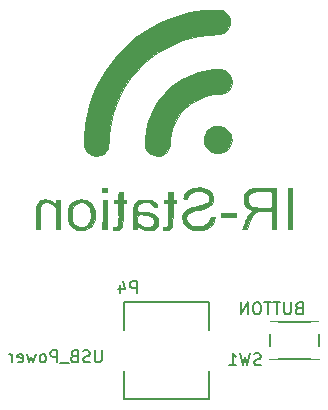
<source format=gbo>
G04 #@! TF.FileFunction,Legend,Bot*
%FSLAX46Y46*%
G04 Gerber Fmt 4.6, Leading zero omitted, Abs format (unit mm)*
G04 Created by KiCad (PCBNEW 4.0.1-stable) date 2016/09/16 23:01:40*
%MOMM*%
G01*
G04 APERTURE LIST*
%ADD10C,0.100000*%
%ADD11C,0.150000*%
%ADD12C,0.010000*%
%ADD13C,2.600000*%
%ADD14C,2.200000*%
%ADD15R,2.400000X2.400000*%
%ADD16C,2.400000*%
%ADD17R,1.450000X1.050000*%
%ADD18O,2.400000X3.400000*%
%ADD19R,1.100000X3.400000*%
G04 APERTURE END LIST*
D10*
D11*
X110795000Y-120015000D02*
X108695000Y-120015000D01*
X108695000Y-120015000D02*
X108695000Y-116815000D01*
X108695000Y-116815000D02*
X112895000Y-116815000D01*
X112895000Y-116815000D02*
X112895000Y-120015000D01*
X112895000Y-120015000D02*
X110795000Y-120015000D01*
X103600000Y-119304000D02*
X103600000Y-115204000D01*
X103600000Y-119304000D02*
X103600000Y-123404000D01*
X103600000Y-123404000D02*
X96400000Y-123404000D01*
X96400000Y-123404000D02*
X96400000Y-115204000D01*
X96400000Y-115204000D02*
X103600000Y-115204000D01*
D12*
G36*
X102459851Y-105475506D02*
X102240587Y-105515444D01*
X102036728Y-105575446D01*
X101870056Y-105650141D01*
X101845345Y-105664947D01*
X101687275Y-105789493D01*
X101554539Y-105941845D01*
X101456808Y-106107317D01*
X101403756Y-106271221D01*
X101397000Y-106345746D01*
X101404191Y-106386110D01*
X101436322Y-106406309D01*
X101509229Y-106413059D01*
X101556747Y-106413500D01*
X101658277Y-106408278D01*
X101712272Y-106389378D01*
X101732553Y-106357937D01*
X101792191Y-106214061D01*
X101880724Y-106073140D01*
X101981376Y-105960221D01*
X102019212Y-105929934D01*
X102196846Y-105838730D01*
X102412453Y-105780028D01*
X102648501Y-105755479D01*
X102887461Y-105766735D01*
X103111801Y-105815447D01*
X103138557Y-105824469D01*
X103313746Y-105911307D01*
X103448741Y-106028473D01*
X103540347Y-106166517D01*
X103585368Y-106315989D01*
X103580609Y-106467441D01*
X103522872Y-106611422D01*
X103438906Y-106712556D01*
X103369960Y-106765766D01*
X103277632Y-106815863D01*
X103153882Y-106865763D01*
X102990667Y-106918384D01*
X102779944Y-106976640D01*
X102552473Y-107033991D01*
X102302976Y-107097294D01*
X102105180Y-107153421D01*
X101948295Y-107206467D01*
X101821533Y-107260530D01*
X101714102Y-107319706D01*
X101615214Y-107388091D01*
X101610650Y-107391558D01*
X101452594Y-107547594D01*
X101350933Y-107732340D01*
X101304880Y-107947415D01*
X101301750Y-108027362D01*
X101322539Y-108270498D01*
X101388537Y-108474376D01*
X101505195Y-108649248D01*
X101677961Y-108805369D01*
X101737614Y-108847443D01*
X101965709Y-108965337D01*
X102234258Y-109042604D01*
X102533742Y-109077794D01*
X102854639Y-109069456D01*
X103037846Y-109045618D01*
X103286811Y-108977222D01*
X103512777Y-108863193D01*
X103707678Y-108711166D01*
X103863450Y-108528774D01*
X103972025Y-108323651D01*
X104024438Y-108111833D01*
X104040509Y-107969250D01*
X103722060Y-107969250D01*
X103668869Y-108131870D01*
X103584676Y-108323083D01*
X103466022Y-108474730D01*
X103304012Y-108595206D01*
X103089752Y-108692907D01*
X103064975Y-108701795D01*
X102858405Y-108751199D01*
X102623726Y-108770096D01*
X102386242Y-108758611D01*
X102171255Y-108716869D01*
X102111195Y-108697086D01*
X101918512Y-108599140D01*
X101770561Y-108468934D01*
X101672287Y-108313673D01*
X101628641Y-108140558D01*
X101634715Y-108003429D01*
X101663693Y-107888995D01*
X101712923Y-107790579D01*
X101788522Y-107704574D01*
X101896606Y-107627376D01*
X102043289Y-107555379D01*
X102234687Y-107484980D01*
X102476915Y-107412572D01*
X102764494Y-107337441D01*
X103033027Y-107265947D01*
X103248237Y-107197777D01*
X103419885Y-107128998D01*
X103557731Y-107055675D01*
X103671538Y-106973876D01*
X103676001Y-106970142D01*
X103798873Y-106827223D01*
X103878785Y-106649260D01*
X103913556Y-106449881D01*
X103901006Y-106242718D01*
X103838954Y-106041401D01*
X103828222Y-106018578D01*
X103699187Y-105824974D01*
X103522082Y-105671649D01*
X103298582Y-105559409D01*
X103030360Y-105489062D01*
X102719090Y-105461416D01*
X102672737Y-105461000D01*
X102459851Y-105475506D01*
X102459851Y-105475506D01*
G37*
X102459851Y-105475506D02*
X102240587Y-105515444D01*
X102036728Y-105575446D01*
X101870056Y-105650141D01*
X101845345Y-105664947D01*
X101687275Y-105789493D01*
X101554539Y-105941845D01*
X101456808Y-106107317D01*
X101403756Y-106271221D01*
X101397000Y-106345746D01*
X101404191Y-106386110D01*
X101436322Y-106406309D01*
X101509229Y-106413059D01*
X101556747Y-106413500D01*
X101658277Y-106408278D01*
X101712272Y-106389378D01*
X101732553Y-106357937D01*
X101792191Y-106214061D01*
X101880724Y-106073140D01*
X101981376Y-105960221D01*
X102019212Y-105929934D01*
X102196846Y-105838730D01*
X102412453Y-105780028D01*
X102648501Y-105755479D01*
X102887461Y-105766735D01*
X103111801Y-105815447D01*
X103138557Y-105824469D01*
X103313746Y-105911307D01*
X103448741Y-106028473D01*
X103540347Y-106166517D01*
X103585368Y-106315989D01*
X103580609Y-106467441D01*
X103522872Y-106611422D01*
X103438906Y-106712556D01*
X103369960Y-106765766D01*
X103277632Y-106815863D01*
X103153882Y-106865763D01*
X102990667Y-106918384D01*
X102779944Y-106976640D01*
X102552473Y-107033991D01*
X102302976Y-107097294D01*
X102105180Y-107153421D01*
X101948295Y-107206467D01*
X101821533Y-107260530D01*
X101714102Y-107319706D01*
X101615214Y-107388091D01*
X101610650Y-107391558D01*
X101452594Y-107547594D01*
X101350933Y-107732340D01*
X101304880Y-107947415D01*
X101301750Y-108027362D01*
X101322539Y-108270498D01*
X101388537Y-108474376D01*
X101505195Y-108649248D01*
X101677961Y-108805369D01*
X101737614Y-108847443D01*
X101965709Y-108965337D01*
X102234258Y-109042604D01*
X102533742Y-109077794D01*
X102854639Y-109069456D01*
X103037846Y-109045618D01*
X103286811Y-108977222D01*
X103512777Y-108863193D01*
X103707678Y-108711166D01*
X103863450Y-108528774D01*
X103972025Y-108323651D01*
X104024438Y-108111833D01*
X104040509Y-107969250D01*
X103722060Y-107969250D01*
X103668869Y-108131870D01*
X103584676Y-108323083D01*
X103466022Y-108474730D01*
X103304012Y-108595206D01*
X103089752Y-108692907D01*
X103064975Y-108701795D01*
X102858405Y-108751199D01*
X102623726Y-108770096D01*
X102386242Y-108758611D01*
X102171255Y-108716869D01*
X102111195Y-108697086D01*
X101918512Y-108599140D01*
X101770561Y-108468934D01*
X101672287Y-108313673D01*
X101628641Y-108140558D01*
X101634715Y-108003429D01*
X101663693Y-107888995D01*
X101712923Y-107790579D01*
X101788522Y-107704574D01*
X101896606Y-107627376D01*
X102043289Y-107555379D01*
X102234687Y-107484980D01*
X102476915Y-107412572D01*
X102764494Y-107337441D01*
X103033027Y-107265947D01*
X103248237Y-107197777D01*
X103419885Y-107128998D01*
X103557731Y-107055675D01*
X103671538Y-106973876D01*
X103676001Y-106970142D01*
X103798873Y-106827223D01*
X103878785Y-106649260D01*
X103913556Y-106449881D01*
X103901006Y-106242718D01*
X103838954Y-106041401D01*
X103828222Y-106018578D01*
X103699187Y-105824974D01*
X103522082Y-105671649D01*
X103298582Y-105559409D01*
X103030360Y-105489062D01*
X102719090Y-105461416D01*
X102672737Y-105461000D01*
X102459851Y-105475506D01*
G36*
X97919935Y-106498842D02*
X97718649Y-106519252D01*
X97561076Y-106557869D01*
X97437774Y-106618455D01*
X97339303Y-106704775D01*
X97256221Y-106820591D01*
X97228421Y-106869931D01*
X97208931Y-106908759D01*
X97193332Y-106949384D01*
X97181105Y-106999199D01*
X97171729Y-107065597D01*
X97164687Y-107155970D01*
X97159458Y-107277712D01*
X97155524Y-107438215D01*
X97152365Y-107644872D01*
X97149462Y-107905077D01*
X97148422Y-108008937D01*
X97138468Y-109017000D01*
X97491750Y-109017000D01*
X97491750Y-108909271D01*
X97508202Y-108818174D01*
X97554717Y-108782141D01*
X97627037Y-108803383D01*
X97656412Y-108823784D01*
X97864898Y-108949216D01*
X98106861Y-109033766D01*
X98364707Y-109074289D01*
X98620839Y-109067639D01*
X98803974Y-109028963D01*
X98979642Y-108944429D01*
X99123328Y-108815154D01*
X99227274Y-108653357D01*
X99283725Y-108471260D01*
X99284651Y-108323857D01*
X98930238Y-108323857D01*
X98911775Y-108500647D01*
X98843229Y-108641620D01*
X98738705Y-108735681D01*
X98571295Y-108816656D01*
X98399480Y-108849852D01*
X98206919Y-108837084D01*
X98078173Y-108809042D01*
X97926862Y-108756823D01*
X97776619Y-108683252D01*
X97645901Y-108599115D01*
X97553166Y-108515201D01*
X97535744Y-108492037D01*
X97513173Y-108437668D01*
X97500431Y-108351855D01*
X97496446Y-108223061D01*
X97498535Y-108092126D01*
X97507625Y-107762875D01*
X97793375Y-107753326D01*
X98098104Y-107759114D01*
X98359950Y-107797249D01*
X98576036Y-107866286D01*
X98743485Y-107964782D01*
X98859420Y-108091292D01*
X98920965Y-108244374D01*
X98930238Y-108323857D01*
X99284651Y-108323857D01*
X99284921Y-108281082D01*
X99283674Y-108273266D01*
X99234703Y-108097257D01*
X99148617Y-107947827D01*
X99021865Y-107823299D01*
X98850901Y-107721998D01*
X98632175Y-107642246D01*
X98362139Y-107582367D01*
X98037243Y-107540684D01*
X97682250Y-107516759D01*
X97507625Y-107508875D01*
X97497471Y-107318375D01*
X97502768Y-107112331D01*
X97546170Y-106953735D01*
X97631956Y-106838036D01*
X97764407Y-106760684D01*
X97947803Y-106717127D01*
X98073605Y-106705840D01*
X98228920Y-106704032D01*
X98373377Y-106713318D01*
X98474849Y-106730584D01*
X98582784Y-106776610D01*
X98690187Y-106849729D01*
X98781649Y-106935994D01*
X98841760Y-107021455D01*
X98857000Y-107076514D01*
X98863639Y-107115237D01*
X98893716Y-107135409D01*
X98962474Y-107142900D01*
X99031625Y-107143750D01*
X99136822Y-107141233D01*
X99189138Y-107125409D01*
X99199183Y-107083869D01*
X99177572Y-107004203D01*
X99170116Y-106981800D01*
X99077647Y-106800606D01*
X98934232Y-106657292D01*
X98796897Y-106576351D01*
X98721012Y-106542804D01*
X98651838Y-106519664D01*
X98575097Y-106505016D01*
X98476509Y-106496945D01*
X98341797Y-106493538D01*
X98174375Y-106492875D01*
X97919935Y-106498842D01*
X97919935Y-106498842D01*
G37*
X97919935Y-106498842D02*
X97718649Y-106519252D01*
X97561076Y-106557869D01*
X97437774Y-106618455D01*
X97339303Y-106704775D01*
X97256221Y-106820591D01*
X97228421Y-106869931D01*
X97208931Y-106908759D01*
X97193332Y-106949384D01*
X97181105Y-106999199D01*
X97171729Y-107065597D01*
X97164687Y-107155970D01*
X97159458Y-107277712D01*
X97155524Y-107438215D01*
X97152365Y-107644872D01*
X97149462Y-107905077D01*
X97148422Y-108008937D01*
X97138468Y-109017000D01*
X97491750Y-109017000D01*
X97491750Y-108909271D01*
X97508202Y-108818174D01*
X97554717Y-108782141D01*
X97627037Y-108803383D01*
X97656412Y-108823784D01*
X97864898Y-108949216D01*
X98106861Y-109033766D01*
X98364707Y-109074289D01*
X98620839Y-109067639D01*
X98803974Y-109028963D01*
X98979642Y-108944429D01*
X99123328Y-108815154D01*
X99227274Y-108653357D01*
X99283725Y-108471260D01*
X99284651Y-108323857D01*
X98930238Y-108323857D01*
X98911775Y-108500647D01*
X98843229Y-108641620D01*
X98738705Y-108735681D01*
X98571295Y-108816656D01*
X98399480Y-108849852D01*
X98206919Y-108837084D01*
X98078173Y-108809042D01*
X97926862Y-108756823D01*
X97776619Y-108683252D01*
X97645901Y-108599115D01*
X97553166Y-108515201D01*
X97535744Y-108492037D01*
X97513173Y-108437668D01*
X97500431Y-108351855D01*
X97496446Y-108223061D01*
X97498535Y-108092126D01*
X97507625Y-107762875D01*
X97793375Y-107753326D01*
X98098104Y-107759114D01*
X98359950Y-107797249D01*
X98576036Y-107866286D01*
X98743485Y-107964782D01*
X98859420Y-108091292D01*
X98920965Y-108244374D01*
X98930238Y-108323857D01*
X99284651Y-108323857D01*
X99284921Y-108281082D01*
X99283674Y-108273266D01*
X99234703Y-108097257D01*
X99148617Y-107947827D01*
X99021865Y-107823299D01*
X98850901Y-107721998D01*
X98632175Y-107642246D01*
X98362139Y-107582367D01*
X98037243Y-107540684D01*
X97682250Y-107516759D01*
X97507625Y-107508875D01*
X97497471Y-107318375D01*
X97502768Y-107112331D01*
X97546170Y-106953735D01*
X97631956Y-106838036D01*
X97764407Y-106760684D01*
X97947803Y-106717127D01*
X98073605Y-106705840D01*
X98228920Y-106704032D01*
X98373377Y-106713318D01*
X98474849Y-106730584D01*
X98582784Y-106776610D01*
X98690187Y-106849729D01*
X98781649Y-106935994D01*
X98841760Y-107021455D01*
X98857000Y-107076514D01*
X98863639Y-107115237D01*
X98893716Y-107135409D01*
X98962474Y-107142900D01*
X99031625Y-107143750D01*
X99136822Y-107141233D01*
X99189138Y-107125409D01*
X99199183Y-107083869D01*
X99177572Y-107004203D01*
X99170116Y-106981800D01*
X99077647Y-106800606D01*
X98934232Y-106657292D01*
X98796897Y-106576351D01*
X98721012Y-106542804D01*
X98651838Y-106519664D01*
X98575097Y-106505016D01*
X98476509Y-106496945D01*
X98341797Y-106493538D01*
X98174375Y-106492875D01*
X97919935Y-106498842D01*
G36*
X92525713Y-106491646D02*
X92312813Y-106539449D01*
X92218505Y-106576269D01*
X92001109Y-106708777D01*
X91830299Y-106881727D01*
X91705530Y-107096258D01*
X91626257Y-107353504D01*
X91591934Y-107654604D01*
X91593675Y-107878617D01*
X91629019Y-108182385D01*
X91704172Y-108438379D01*
X91820930Y-108649693D01*
X91981088Y-108819419D01*
X92186442Y-108950649D01*
X92227585Y-108970079D01*
X92425459Y-109034807D01*
X92650702Y-109069395D01*
X92877012Y-109071722D01*
X93078081Y-109039664D01*
X93080744Y-109038918D01*
X93326986Y-108939586D01*
X93531192Y-108793479D01*
X93692142Y-108602466D01*
X93808614Y-108368418D01*
X93879389Y-108093204D01*
X93901796Y-107797873D01*
X93538875Y-107797873D01*
X93538163Y-107961428D01*
X93533957Y-108078288D01*
X93523156Y-108165257D01*
X93502660Y-108239137D01*
X93469368Y-108316734D01*
X93427750Y-108400010D01*
X93339683Y-108550618D01*
X93248915Y-108655921D01*
X93182572Y-108707830D01*
X92985924Y-108803359D01*
X92775158Y-108839272D01*
X92559200Y-108815120D01*
X92380000Y-108747932D01*
X92213891Y-108629465D01*
X92086306Y-108461696D01*
X91997929Y-108246315D01*
X91949441Y-107985012D01*
X91941525Y-107679477D01*
X91942199Y-107663225D01*
X91952303Y-107498954D01*
X91968237Y-107377720D01*
X91994136Y-107279084D01*
X92034132Y-107182604D01*
X92043202Y-107163779D01*
X92165989Y-106974408D01*
X92320337Y-106832474D01*
X92497111Y-106739771D01*
X92687179Y-106698092D01*
X92881407Y-106709229D01*
X93070661Y-106774976D01*
X93245809Y-106897126D01*
X93272365Y-106922474D01*
X93374590Y-107038871D01*
X93448401Y-107162109D01*
X93497665Y-107304883D01*
X93526246Y-107479890D01*
X93538010Y-107699827D01*
X93538875Y-107797873D01*
X93901796Y-107797873D01*
X93903247Y-107778750D01*
X93879549Y-107465605D01*
X93809567Y-107189530D01*
X93694970Y-106953407D01*
X93537425Y-106760120D01*
X93338601Y-106612553D01*
X93188020Y-106542517D01*
X92987014Y-106492355D01*
X92758346Y-106475673D01*
X92525713Y-106491646D01*
X92525713Y-106491646D01*
G37*
X92525713Y-106491646D02*
X92312813Y-106539449D01*
X92218505Y-106576269D01*
X92001109Y-106708777D01*
X91830299Y-106881727D01*
X91705530Y-107096258D01*
X91626257Y-107353504D01*
X91591934Y-107654604D01*
X91593675Y-107878617D01*
X91629019Y-108182385D01*
X91704172Y-108438379D01*
X91820930Y-108649693D01*
X91981088Y-108819419D01*
X92186442Y-108950649D01*
X92227585Y-108970079D01*
X92425459Y-109034807D01*
X92650702Y-109069395D01*
X92877012Y-109071722D01*
X93078081Y-109039664D01*
X93080744Y-109038918D01*
X93326986Y-108939586D01*
X93531192Y-108793479D01*
X93692142Y-108602466D01*
X93808614Y-108368418D01*
X93879389Y-108093204D01*
X93901796Y-107797873D01*
X93538875Y-107797873D01*
X93538163Y-107961428D01*
X93533957Y-108078288D01*
X93523156Y-108165257D01*
X93502660Y-108239137D01*
X93469368Y-108316734D01*
X93427750Y-108400010D01*
X93339683Y-108550618D01*
X93248915Y-108655921D01*
X93182572Y-108707830D01*
X92985924Y-108803359D01*
X92775158Y-108839272D01*
X92559200Y-108815120D01*
X92380000Y-108747932D01*
X92213891Y-108629465D01*
X92086306Y-108461696D01*
X91997929Y-108246315D01*
X91949441Y-107985012D01*
X91941525Y-107679477D01*
X91942199Y-107663225D01*
X91952303Y-107498954D01*
X91968237Y-107377720D01*
X91994136Y-107279084D01*
X92034132Y-107182604D01*
X92043202Y-107163779D01*
X92165989Y-106974408D01*
X92320337Y-106832474D01*
X92497111Y-106739771D01*
X92687179Y-106698092D01*
X92881407Y-106709229D01*
X93070661Y-106774976D01*
X93245809Y-106897126D01*
X93272365Y-106922474D01*
X93374590Y-107038871D01*
X93448401Y-107162109D01*
X93497665Y-107304883D01*
X93526246Y-107479890D01*
X93538010Y-107699827D01*
X93538875Y-107797873D01*
X93901796Y-107797873D01*
X93903247Y-107778750D01*
X93879549Y-107465605D01*
X93809567Y-107189530D01*
X93694970Y-106953407D01*
X93537425Y-106760120D01*
X93338601Y-106612553D01*
X93188020Y-106542517D01*
X92987014Y-106492355D01*
X92758346Y-106475673D01*
X92525713Y-106491646D01*
G36*
X100120213Y-106183312D02*
X100111125Y-106492875D01*
X99912688Y-106502327D01*
X99714250Y-106511780D01*
X99714250Y-106759719D01*
X99912688Y-106769172D01*
X100111125Y-106778625D01*
X100119601Y-107667625D01*
X100121367Y-107972866D01*
X100120190Y-108217780D01*
X100115980Y-108405472D01*
X100108647Y-108539049D01*
X100098102Y-108621620D01*
X100091317Y-108645434D01*
X100019374Y-108741002D01*
X99903972Y-108804183D01*
X99763452Y-108826500D01*
X99688276Y-108831225D01*
X99657169Y-108858124D01*
X99650776Y-108926282D01*
X99650750Y-108937625D01*
X99650750Y-109048750D01*
X99880938Y-109045066D01*
X100004366Y-109041164D01*
X100109275Y-109034424D01*
X100173520Y-109026282D01*
X100174625Y-109026022D01*
X100257519Y-108984427D01*
X100347065Y-108908166D01*
X100419134Y-108818113D01*
X100423603Y-108810625D01*
X100436410Y-108756882D01*
X100447762Y-108642069D01*
X100457687Y-108465644D01*
X100466212Y-108227067D01*
X100473364Y-107925797D01*
X100476250Y-107762875D01*
X100492125Y-106778625D01*
X100642938Y-106768947D01*
X100793750Y-106759270D01*
X100793750Y-106512229D01*
X100642938Y-106502552D01*
X100492125Y-106492875D01*
X100483038Y-106183312D01*
X100473951Y-105873750D01*
X100129300Y-105873750D01*
X100120213Y-106183312D01*
X100120213Y-106183312D01*
G37*
X100120213Y-106183312D02*
X100111125Y-106492875D01*
X99912688Y-106502327D01*
X99714250Y-106511780D01*
X99714250Y-106759719D01*
X99912688Y-106769172D01*
X100111125Y-106778625D01*
X100119601Y-107667625D01*
X100121367Y-107972866D01*
X100120190Y-108217780D01*
X100115980Y-108405472D01*
X100108647Y-108539049D01*
X100098102Y-108621620D01*
X100091317Y-108645434D01*
X100019374Y-108741002D01*
X99903972Y-108804183D01*
X99763452Y-108826500D01*
X99688276Y-108831225D01*
X99657169Y-108858124D01*
X99650776Y-108926282D01*
X99650750Y-108937625D01*
X99650750Y-109048750D01*
X99880938Y-109045066D01*
X100004366Y-109041164D01*
X100109275Y-109034424D01*
X100173520Y-109026282D01*
X100174625Y-109026022D01*
X100257519Y-108984427D01*
X100347065Y-108908166D01*
X100419134Y-108818113D01*
X100423603Y-108810625D01*
X100436410Y-108756882D01*
X100447762Y-108642069D01*
X100457687Y-108465644D01*
X100466212Y-108227067D01*
X100473364Y-107925797D01*
X100476250Y-107762875D01*
X100492125Y-106778625D01*
X100642938Y-106768947D01*
X100793750Y-106759270D01*
X100793750Y-106512229D01*
X100642938Y-106502552D01*
X100492125Y-106492875D01*
X100483038Y-106183312D01*
X100473951Y-105873750D01*
X100129300Y-105873750D01*
X100120213Y-106183312D01*
G36*
X95897463Y-106183312D02*
X95888375Y-106492875D01*
X95689938Y-106502327D01*
X95491500Y-106511780D01*
X95491500Y-106759719D01*
X95689938Y-106769172D01*
X95888375Y-106778625D01*
X95896851Y-107667625D01*
X95898617Y-107972866D01*
X95897440Y-108217780D01*
X95893230Y-108405472D01*
X95885897Y-108539049D01*
X95875352Y-108621620D01*
X95868567Y-108645434D01*
X95796624Y-108741002D01*
X95681222Y-108804183D01*
X95540702Y-108826500D01*
X95465526Y-108831225D01*
X95434419Y-108858124D01*
X95428026Y-108926282D01*
X95428000Y-108937625D01*
X95428000Y-109048750D01*
X95658188Y-109045066D01*
X95781616Y-109041164D01*
X95886525Y-109034424D01*
X95950770Y-109026282D01*
X95951875Y-109026022D01*
X96034769Y-108984427D01*
X96124315Y-108908166D01*
X96196384Y-108818113D01*
X96200853Y-108810625D01*
X96213660Y-108756882D01*
X96225012Y-108642069D01*
X96234937Y-108465644D01*
X96243462Y-108227067D01*
X96250614Y-107925797D01*
X96253500Y-107762875D01*
X96269375Y-106778625D01*
X96420188Y-106768947D01*
X96571000Y-106759270D01*
X96571000Y-106512229D01*
X96420188Y-106502552D01*
X96269375Y-106492875D01*
X96260288Y-106183312D01*
X96251201Y-105873750D01*
X95906550Y-105873750D01*
X95897463Y-106183312D01*
X95897463Y-106183312D01*
G37*
X95897463Y-106183312D02*
X95888375Y-106492875D01*
X95689938Y-106502327D01*
X95491500Y-106511780D01*
X95491500Y-106759719D01*
X95689938Y-106769172D01*
X95888375Y-106778625D01*
X95896851Y-107667625D01*
X95898617Y-107972866D01*
X95897440Y-108217780D01*
X95893230Y-108405472D01*
X95885897Y-108539049D01*
X95875352Y-108621620D01*
X95868567Y-108645434D01*
X95796624Y-108741002D01*
X95681222Y-108804183D01*
X95540702Y-108826500D01*
X95465526Y-108831225D01*
X95434419Y-108858124D01*
X95428026Y-108926282D01*
X95428000Y-108937625D01*
X95428000Y-109048750D01*
X95658188Y-109045066D01*
X95781616Y-109041164D01*
X95886525Y-109034424D01*
X95950770Y-109026282D01*
X95951875Y-109026022D01*
X96034769Y-108984427D01*
X96124315Y-108908166D01*
X96196384Y-108818113D01*
X96200853Y-108810625D01*
X96213660Y-108756882D01*
X96225012Y-108642069D01*
X96234937Y-108465644D01*
X96243462Y-108227067D01*
X96250614Y-107925797D01*
X96253500Y-107762875D01*
X96269375Y-106778625D01*
X96420188Y-106768947D01*
X96571000Y-106759270D01*
X96571000Y-106512229D01*
X96420188Y-106502552D01*
X96269375Y-106492875D01*
X96260288Y-106183312D01*
X96251201Y-105873750D01*
X95906550Y-105873750D01*
X95897463Y-106183312D01*
G36*
X110223500Y-109017000D02*
X110572750Y-109017000D01*
X110572750Y-105524500D01*
X110223500Y-105524500D01*
X110223500Y-109017000D01*
X110223500Y-109017000D01*
G37*
X110223500Y-109017000D02*
X110572750Y-109017000D01*
X110572750Y-105524500D01*
X110223500Y-105524500D01*
X110223500Y-109017000D01*
G36*
X107978745Y-105525505D02*
X107705590Y-105529268D01*
X107482069Y-105536906D01*
X107301260Y-105549537D01*
X107156241Y-105568278D01*
X107040089Y-105594248D01*
X106945883Y-105628565D01*
X106866700Y-105672347D01*
X106795618Y-105726711D01*
X106740853Y-105777665D01*
X106626243Y-105912598D01*
X106550314Y-106059798D01*
X106507695Y-106234465D01*
X106493015Y-106451803D01*
X106492875Y-106479544D01*
X106494377Y-106625257D01*
X106501516Y-106726406D01*
X106518243Y-106801904D01*
X106548510Y-106870665D01*
X106589051Y-106939919D01*
X106708922Y-107087495D01*
X106867180Y-107216703D01*
X107040564Y-107310037D01*
X107113602Y-107334681D01*
X107218203Y-107373557D01*
X107259892Y-107417321D01*
X107239121Y-107466704D01*
X107209855Y-107490721D01*
X107073160Y-107596358D01*
X106948322Y-107711466D01*
X106853292Y-107818890D01*
X106827481Y-107856134D01*
X106800026Y-107911209D01*
X106756494Y-108010735D01*
X106701492Y-108142949D01*
X106639632Y-108296086D01*
X106575523Y-108458383D01*
X106513774Y-108618076D01*
X106458995Y-108763402D01*
X106415795Y-108882597D01*
X106388785Y-108963897D01*
X106381921Y-108993187D01*
X106410639Y-109005866D01*
X106485320Y-109014503D01*
X106568122Y-109017000D01*
X106754494Y-109017000D01*
X106934544Y-108499890D01*
X107025760Y-108249706D01*
X107108609Y-108052230D01*
X107188952Y-107898285D01*
X107272649Y-107778693D01*
X107365558Y-107684276D01*
X107473541Y-107605857D01*
X107524750Y-107575511D01*
X107589496Y-107539911D01*
X107645950Y-107513944D01*
X107705752Y-107495857D01*
X107780543Y-107483897D01*
X107881961Y-107476313D01*
X108021646Y-107471353D01*
X108211238Y-107467263D01*
X108248560Y-107466541D01*
X108472614Y-107463801D01*
X108639002Y-107465575D01*
X108753414Y-107472130D01*
X108821541Y-107483729D01*
X108843872Y-107494242D01*
X108858988Y-107516830D01*
X108870535Y-107561202D01*
X108878949Y-107634706D01*
X108884662Y-107744688D01*
X108888110Y-107898498D01*
X108889726Y-108103484D01*
X108890000Y-108274762D01*
X108890000Y-109017000D01*
X109239250Y-109017000D01*
X109239250Y-106434184D01*
X108892173Y-106434184D01*
X108891396Y-106614737D01*
X108887675Y-106786037D01*
X108881011Y-106935967D01*
X108871402Y-107052415D01*
X108858850Y-107123264D01*
X108851900Y-107137400D01*
X108807018Y-107151015D01*
X108710151Y-107161693D01*
X108572747Y-107169399D01*
X108406255Y-107174098D01*
X108222123Y-107175757D01*
X108031800Y-107174342D01*
X107846734Y-107169817D01*
X107678374Y-107162150D01*
X107538168Y-107151305D01*
X107461322Y-107141550D01*
X107234389Y-107083929D01*
X107060152Y-106992309D01*
X106936615Y-106864955D01*
X106861782Y-106700130D01*
X106842010Y-106603158D01*
X106838176Y-106382288D01*
X106888868Y-106189523D01*
X106991108Y-106029645D01*
X107141915Y-105907438D01*
X107322580Y-105831940D01*
X107415884Y-105814300D01*
X107551859Y-105799751D01*
X107719334Y-105788405D01*
X107907141Y-105780375D01*
X108104108Y-105775772D01*
X108299066Y-105774708D01*
X108480846Y-105777297D01*
X108638277Y-105783648D01*
X108760190Y-105793876D01*
X108835415Y-105808091D01*
X108851900Y-105816599D01*
X108865843Y-105861710D01*
X108876841Y-105958139D01*
X108884895Y-106093770D01*
X108890006Y-106256489D01*
X108892173Y-106434184D01*
X109239250Y-106434184D01*
X109239250Y-105524500D01*
X108308457Y-105524500D01*
X107978745Y-105525505D01*
X107978745Y-105525505D01*
G37*
X107978745Y-105525505D02*
X107705590Y-105529268D01*
X107482069Y-105536906D01*
X107301260Y-105549537D01*
X107156241Y-105568278D01*
X107040089Y-105594248D01*
X106945883Y-105628565D01*
X106866700Y-105672347D01*
X106795618Y-105726711D01*
X106740853Y-105777665D01*
X106626243Y-105912598D01*
X106550314Y-106059798D01*
X106507695Y-106234465D01*
X106493015Y-106451803D01*
X106492875Y-106479544D01*
X106494377Y-106625257D01*
X106501516Y-106726406D01*
X106518243Y-106801904D01*
X106548510Y-106870665D01*
X106589051Y-106939919D01*
X106708922Y-107087495D01*
X106867180Y-107216703D01*
X107040564Y-107310037D01*
X107113602Y-107334681D01*
X107218203Y-107373557D01*
X107259892Y-107417321D01*
X107239121Y-107466704D01*
X107209855Y-107490721D01*
X107073160Y-107596358D01*
X106948322Y-107711466D01*
X106853292Y-107818890D01*
X106827481Y-107856134D01*
X106800026Y-107911209D01*
X106756494Y-108010735D01*
X106701492Y-108142949D01*
X106639632Y-108296086D01*
X106575523Y-108458383D01*
X106513774Y-108618076D01*
X106458995Y-108763402D01*
X106415795Y-108882597D01*
X106388785Y-108963897D01*
X106381921Y-108993187D01*
X106410639Y-109005866D01*
X106485320Y-109014503D01*
X106568122Y-109017000D01*
X106754494Y-109017000D01*
X106934544Y-108499890D01*
X107025760Y-108249706D01*
X107108609Y-108052230D01*
X107188952Y-107898285D01*
X107272649Y-107778693D01*
X107365558Y-107684276D01*
X107473541Y-107605857D01*
X107524750Y-107575511D01*
X107589496Y-107539911D01*
X107645950Y-107513944D01*
X107705752Y-107495857D01*
X107780543Y-107483897D01*
X107881961Y-107476313D01*
X108021646Y-107471353D01*
X108211238Y-107467263D01*
X108248560Y-107466541D01*
X108472614Y-107463801D01*
X108639002Y-107465575D01*
X108753414Y-107472130D01*
X108821541Y-107483729D01*
X108843872Y-107494242D01*
X108858988Y-107516830D01*
X108870535Y-107561202D01*
X108878949Y-107634706D01*
X108884662Y-107744688D01*
X108888110Y-107898498D01*
X108889726Y-108103484D01*
X108890000Y-108274762D01*
X108890000Y-109017000D01*
X109239250Y-109017000D01*
X109239250Y-106434184D01*
X108892173Y-106434184D01*
X108891396Y-106614737D01*
X108887675Y-106786037D01*
X108881011Y-106935967D01*
X108871402Y-107052415D01*
X108858850Y-107123264D01*
X108851900Y-107137400D01*
X108807018Y-107151015D01*
X108710151Y-107161693D01*
X108572747Y-107169399D01*
X108406255Y-107174098D01*
X108222123Y-107175757D01*
X108031800Y-107174342D01*
X107846734Y-107169817D01*
X107678374Y-107162150D01*
X107538168Y-107151305D01*
X107461322Y-107141550D01*
X107234389Y-107083929D01*
X107060152Y-106992309D01*
X106936615Y-106864955D01*
X106861782Y-106700130D01*
X106842010Y-106603158D01*
X106838176Y-106382288D01*
X106888868Y-106189523D01*
X106991108Y-106029645D01*
X107141915Y-105907438D01*
X107322580Y-105831940D01*
X107415884Y-105814300D01*
X107551859Y-105799751D01*
X107719334Y-105788405D01*
X107907141Y-105780375D01*
X108104108Y-105775772D01*
X108299066Y-105774708D01*
X108480846Y-105777297D01*
X108638277Y-105783648D01*
X108760190Y-105793876D01*
X108835415Y-105808091D01*
X108851900Y-105816599D01*
X108865843Y-105861710D01*
X108876841Y-105958139D01*
X108884895Y-106093770D01*
X108890006Y-106256489D01*
X108892173Y-106434184D01*
X109239250Y-106434184D01*
X109239250Y-105524500D01*
X108308457Y-105524500D01*
X107978745Y-105525505D01*
G36*
X94721563Y-106515028D02*
X94554875Y-106524625D01*
X94546569Y-107770812D01*
X94538263Y-109017000D01*
X94888250Y-109017000D01*
X94888250Y-106505431D01*
X94721563Y-106515028D01*
X94721563Y-106515028D01*
G37*
X94721563Y-106515028D02*
X94554875Y-106524625D01*
X94546569Y-107770812D01*
X94538263Y-109017000D01*
X94888250Y-109017000D01*
X94888250Y-106505431D01*
X94721563Y-106515028D01*
G36*
X89650528Y-106482845D02*
X89479568Y-106496766D01*
X89356522Y-106521423D01*
X89266922Y-106559455D01*
X89147763Y-106657171D01*
X89041950Y-106793869D01*
X88966916Y-106945163D01*
X88949677Y-107003214D01*
X88942276Y-107066369D01*
X88935523Y-107183799D01*
X88929674Y-107346278D01*
X88924986Y-107544583D01*
X88921715Y-107769490D01*
X88920115Y-108011773D01*
X88920008Y-108072437D01*
X88919250Y-109017000D01*
X89232561Y-109017000D01*
X89242593Y-108056562D01*
X89245861Y-107769800D01*
X89249809Y-107539127D01*
X89255597Y-107357137D01*
X89264387Y-107216420D01*
X89277339Y-107109569D01*
X89295612Y-107029175D01*
X89320367Y-106967831D01*
X89352765Y-106918127D01*
X89393966Y-106872657D01*
X89434029Y-106834364D01*
X89537424Y-106772438D01*
X89677558Y-106733616D01*
X89830399Y-106722582D01*
X89940345Y-106735679D01*
X90093045Y-106782665D01*
X90230328Y-106856460D01*
X90373362Y-106969198D01*
X90416492Y-107008616D01*
X90570250Y-107152439D01*
X90570250Y-109017000D01*
X90919500Y-109017000D01*
X90919500Y-106505431D01*
X90752813Y-106515028D01*
X90586125Y-106524625D01*
X90576497Y-106656814D01*
X90557370Y-106759617D01*
X90516884Y-106805163D01*
X90451605Y-106794254D01*
X90358097Y-106727693D01*
X90340305Y-106711949D01*
X90190330Y-106594636D01*
X90040882Y-106521493D01*
X89872703Y-106486123D01*
X89666535Y-106482131D01*
X89650528Y-106482845D01*
X89650528Y-106482845D01*
G37*
X89650528Y-106482845D02*
X89479568Y-106496766D01*
X89356522Y-106521423D01*
X89266922Y-106559455D01*
X89147763Y-106657171D01*
X89041950Y-106793869D01*
X88966916Y-106945163D01*
X88949677Y-107003214D01*
X88942276Y-107066369D01*
X88935523Y-107183799D01*
X88929674Y-107346278D01*
X88924986Y-107544583D01*
X88921715Y-107769490D01*
X88920115Y-108011773D01*
X88920008Y-108072437D01*
X88919250Y-109017000D01*
X89232561Y-109017000D01*
X89242593Y-108056562D01*
X89245861Y-107769800D01*
X89249809Y-107539127D01*
X89255597Y-107357137D01*
X89264387Y-107216420D01*
X89277339Y-107109569D01*
X89295612Y-107029175D01*
X89320367Y-106967831D01*
X89352765Y-106918127D01*
X89393966Y-106872657D01*
X89434029Y-106834364D01*
X89537424Y-106772438D01*
X89677558Y-106733616D01*
X89830399Y-106722582D01*
X89940345Y-106735679D01*
X90093045Y-106782665D01*
X90230328Y-106856460D01*
X90373362Y-106969198D01*
X90416492Y-107008616D01*
X90570250Y-107152439D01*
X90570250Y-109017000D01*
X90919500Y-109017000D01*
X90919500Y-106505431D01*
X90752813Y-106515028D01*
X90586125Y-106524625D01*
X90576497Y-106656814D01*
X90557370Y-106759617D01*
X90516884Y-106805163D01*
X90451605Y-106794254D01*
X90358097Y-106727693D01*
X90340305Y-106711949D01*
X90190330Y-106594636D01*
X90040882Y-106521493D01*
X89872703Y-106486123D01*
X89666535Y-106482131D01*
X89650528Y-106482845D01*
G36*
X104572000Y-107937500D02*
X105810250Y-107937500D01*
X105810250Y-107620000D01*
X104572000Y-107620000D01*
X104572000Y-107937500D01*
X104572000Y-107937500D01*
G37*
X104572000Y-107937500D02*
X105810250Y-107937500D01*
X105810250Y-107620000D01*
X104572000Y-107620000D01*
X104572000Y-107937500D01*
G36*
X94539000Y-105873750D02*
X94888250Y-105873750D01*
X94888250Y-105524500D01*
X94539000Y-105524500D01*
X94539000Y-105873750D01*
X94539000Y-105873750D01*
G37*
X94539000Y-105873750D02*
X94888250Y-105873750D01*
X94888250Y-105524500D01*
X94539000Y-105524500D01*
X94539000Y-105873750D01*
G36*
X103963634Y-95456847D02*
X103937000Y-95459251D01*
X103484146Y-95513512D01*
X103066580Y-95591740D01*
X102658918Y-95699181D01*
X102444750Y-95767552D01*
X101857508Y-95998014D01*
X101301651Y-96282157D01*
X100780232Y-96616951D01*
X100296300Y-96999368D01*
X99852906Y-97426377D01*
X99453100Y-97894949D01*
X99099934Y-98402055D01*
X98796456Y-98944667D01*
X98545719Y-99519754D01*
X98478453Y-99706257D01*
X98326147Y-100216130D01*
X98219846Y-100730450D01*
X98154621Y-101273077D01*
X98154529Y-101274197D01*
X98138235Y-101572714D01*
X98144570Y-101820370D01*
X98176005Y-102026519D01*
X98235008Y-102200515D01*
X98324049Y-102351712D01*
X98445598Y-102489464D01*
X98485084Y-102526261D01*
X98687428Y-102667113D01*
X98917713Y-102757276D01*
X99162631Y-102794292D01*
X99408875Y-102775699D01*
X99575930Y-102727888D01*
X99783946Y-102615258D01*
X99965020Y-102452127D01*
X100107189Y-102249705D01*
X100126886Y-102211668D01*
X100167913Y-102122709D01*
X100197275Y-102040016D01*
X100218144Y-101947880D01*
X100233688Y-101830591D01*
X100247079Y-101672438D01*
X100253076Y-101586277D01*
X100268487Y-101399009D01*
X100289055Y-101207354D01*
X100312066Y-101034121D01*
X100334229Y-100904875D01*
X100466333Y-100419477D01*
X100655989Y-99955557D01*
X100899435Y-99518075D01*
X101192910Y-99111988D01*
X101532652Y-98742253D01*
X101914900Y-98413830D01*
X102335892Y-98131676D01*
X102512314Y-98033915D01*
X102867716Y-97865767D01*
X103219662Y-97737695D01*
X103585041Y-97645155D01*
X103980742Y-97583599D01*
X104286446Y-97556404D01*
X104465669Y-97543210D01*
X104597483Y-97529067D01*
X104697936Y-97510699D01*
X104783076Y-97484829D01*
X104868952Y-97448180D01*
X104907428Y-97429608D01*
X105128219Y-97288870D01*
X105298501Y-97110876D01*
X105415853Y-96899764D01*
X105477853Y-96659671D01*
X105485562Y-96441736D01*
X105442610Y-96181122D01*
X105346027Y-95952203D01*
X105198183Y-95758680D01*
X105001448Y-95604254D01*
X104920616Y-95559695D01*
X104775149Y-95498724D01*
X104619145Y-95459223D01*
X104440177Y-95439923D01*
X104225816Y-95439554D01*
X103963634Y-95456847D01*
X103963634Y-95456847D01*
G37*
X103963634Y-95456847D02*
X103937000Y-95459251D01*
X103484146Y-95513512D01*
X103066580Y-95591740D01*
X102658918Y-95699181D01*
X102444750Y-95767552D01*
X101857508Y-95998014D01*
X101301651Y-96282157D01*
X100780232Y-96616951D01*
X100296300Y-96999368D01*
X99852906Y-97426377D01*
X99453100Y-97894949D01*
X99099934Y-98402055D01*
X98796456Y-98944667D01*
X98545719Y-99519754D01*
X98478453Y-99706257D01*
X98326147Y-100216130D01*
X98219846Y-100730450D01*
X98154621Y-101273077D01*
X98154529Y-101274197D01*
X98138235Y-101572714D01*
X98144570Y-101820370D01*
X98176005Y-102026519D01*
X98235008Y-102200515D01*
X98324049Y-102351712D01*
X98445598Y-102489464D01*
X98485084Y-102526261D01*
X98687428Y-102667113D01*
X98917713Y-102757276D01*
X99162631Y-102794292D01*
X99408875Y-102775699D01*
X99575930Y-102727888D01*
X99783946Y-102615258D01*
X99965020Y-102452127D01*
X100107189Y-102249705D01*
X100126886Y-102211668D01*
X100167913Y-102122709D01*
X100197275Y-102040016D01*
X100218144Y-101947880D01*
X100233688Y-101830591D01*
X100247079Y-101672438D01*
X100253076Y-101586277D01*
X100268487Y-101399009D01*
X100289055Y-101207354D01*
X100312066Y-101034121D01*
X100334229Y-100904875D01*
X100466333Y-100419477D01*
X100655989Y-99955557D01*
X100899435Y-99518075D01*
X101192910Y-99111988D01*
X101532652Y-98742253D01*
X101914900Y-98413830D01*
X102335892Y-98131676D01*
X102512314Y-98033915D01*
X102867716Y-97865767D01*
X103219662Y-97737695D01*
X103585041Y-97645155D01*
X103980742Y-97583599D01*
X104286446Y-97556404D01*
X104465669Y-97543210D01*
X104597483Y-97529067D01*
X104697936Y-97510699D01*
X104783076Y-97484829D01*
X104868952Y-97448180D01*
X104907428Y-97429608D01*
X105128219Y-97288870D01*
X105298501Y-97110876D01*
X105415853Y-96899764D01*
X105477853Y-96659671D01*
X105485562Y-96441736D01*
X105442610Y-96181122D01*
X105346027Y-95952203D01*
X105198183Y-95758680D01*
X105001448Y-95604254D01*
X104920616Y-95559695D01*
X104775149Y-95498724D01*
X104619145Y-95459223D01*
X104440177Y-95439923D01*
X104225816Y-95439554D01*
X103963634Y-95456847D01*
G36*
X104016375Y-90402306D02*
X103207319Y-90445111D01*
X102403004Y-90549563D01*
X101607457Y-90713812D01*
X100824704Y-90936008D01*
X100058772Y-91214302D01*
X99313687Y-91546845D01*
X98593476Y-91931787D01*
X97902165Y-92367279D01*
X97243780Y-92851471D01*
X96622350Y-93382514D01*
X96041898Y-93958558D01*
X95874345Y-94142125D01*
X95324029Y-94805340D01*
X94828991Y-95498071D01*
X94390090Y-96218489D01*
X94008188Y-96964766D01*
X93684144Y-97735074D01*
X93418818Y-98527584D01*
X93213072Y-99340469D01*
X93080794Y-100079375D01*
X93050275Y-100312986D01*
X93022820Y-100567285D01*
X92999255Y-100829884D01*
X92980403Y-101088395D01*
X92967087Y-101330429D01*
X92960131Y-101543598D01*
X92960360Y-101715514D01*
X92965725Y-101809750D01*
X93019399Y-102059965D01*
X93123137Y-102281738D01*
X93269526Y-102469717D01*
X93451157Y-102618551D01*
X93660617Y-102722888D01*
X93890495Y-102777375D01*
X94133382Y-102776661D01*
X94269125Y-102750981D01*
X94441322Y-102695869D01*
X94581140Y-102621764D01*
X94714825Y-102513346D01*
X94771839Y-102457571D01*
X94861255Y-102357732D01*
X94930556Y-102255059D01*
X94982883Y-102138944D01*
X95021375Y-101998777D01*
X95049172Y-101823950D01*
X95069412Y-101603854D01*
X95080992Y-101412875D01*
X95116710Y-100900286D01*
X95169166Y-100431049D01*
X95241356Y-99986522D01*
X95336275Y-99548061D01*
X95448298Y-99126875D01*
X95650376Y-98520702D01*
X95908189Y-97908747D01*
X96216167Y-97301788D01*
X96568744Y-96710604D01*
X96960350Y-96145973D01*
X97047437Y-96031250D01*
X97177051Y-95873651D01*
X97344524Y-95685775D01*
X97539181Y-95478292D01*
X97750352Y-95261876D01*
X97967362Y-95047199D01*
X98179540Y-94844933D01*
X98376213Y-94665753D01*
X98546708Y-94520330D01*
X98603000Y-94475686D01*
X99234952Y-94026237D01*
X99891379Y-93633037D01*
X100569415Y-93297151D01*
X101266191Y-93019646D01*
X101978839Y-92801588D01*
X102704492Y-92644042D01*
X103440281Y-92548075D01*
X103860685Y-92521431D01*
X104138322Y-92507499D01*
X104362405Y-92487900D01*
X104542819Y-92459742D01*
X104689449Y-92420130D01*
X104812180Y-92366173D01*
X104920899Y-92294976D01*
X105025489Y-92203647D01*
X105058568Y-92170847D01*
X105209022Y-91974533D01*
X105304046Y-91747943D01*
X105342724Y-91493357D01*
X105343556Y-91459250D01*
X105327128Y-91227551D01*
X105267701Y-91029744D01*
X105158349Y-90849005D01*
X105035193Y-90710307D01*
X104920032Y-90602395D01*
X104812196Y-90521977D01*
X104699490Y-90465367D01*
X104569718Y-90428878D01*
X104410686Y-90408824D01*
X104210198Y-90401517D01*
X104016375Y-90402306D01*
X104016375Y-90402306D01*
G37*
X104016375Y-90402306D02*
X103207319Y-90445111D01*
X102403004Y-90549563D01*
X101607457Y-90713812D01*
X100824704Y-90936008D01*
X100058772Y-91214302D01*
X99313687Y-91546845D01*
X98593476Y-91931787D01*
X97902165Y-92367279D01*
X97243780Y-92851471D01*
X96622350Y-93382514D01*
X96041898Y-93958558D01*
X95874345Y-94142125D01*
X95324029Y-94805340D01*
X94828991Y-95498071D01*
X94390090Y-96218489D01*
X94008188Y-96964766D01*
X93684144Y-97735074D01*
X93418818Y-98527584D01*
X93213072Y-99340469D01*
X93080794Y-100079375D01*
X93050275Y-100312986D01*
X93022820Y-100567285D01*
X92999255Y-100829884D01*
X92980403Y-101088395D01*
X92967087Y-101330429D01*
X92960131Y-101543598D01*
X92960360Y-101715514D01*
X92965725Y-101809750D01*
X93019399Y-102059965D01*
X93123137Y-102281738D01*
X93269526Y-102469717D01*
X93451157Y-102618551D01*
X93660617Y-102722888D01*
X93890495Y-102777375D01*
X94133382Y-102776661D01*
X94269125Y-102750981D01*
X94441322Y-102695869D01*
X94581140Y-102621764D01*
X94714825Y-102513346D01*
X94771839Y-102457571D01*
X94861255Y-102357732D01*
X94930556Y-102255059D01*
X94982883Y-102138944D01*
X95021375Y-101998777D01*
X95049172Y-101823950D01*
X95069412Y-101603854D01*
X95080992Y-101412875D01*
X95116710Y-100900286D01*
X95169166Y-100431049D01*
X95241356Y-99986522D01*
X95336275Y-99548061D01*
X95448298Y-99126875D01*
X95650376Y-98520702D01*
X95908189Y-97908747D01*
X96216167Y-97301788D01*
X96568744Y-96710604D01*
X96960350Y-96145973D01*
X97047437Y-96031250D01*
X97177051Y-95873651D01*
X97344524Y-95685775D01*
X97539181Y-95478292D01*
X97750352Y-95261876D01*
X97967362Y-95047199D01*
X98179540Y-94844933D01*
X98376213Y-94665753D01*
X98546708Y-94520330D01*
X98603000Y-94475686D01*
X99234952Y-94026237D01*
X99891379Y-93633037D01*
X100569415Y-93297151D01*
X101266191Y-93019646D01*
X101978839Y-92801588D01*
X102704492Y-92644042D01*
X103440281Y-92548075D01*
X103860685Y-92521431D01*
X104138322Y-92507499D01*
X104362405Y-92487900D01*
X104542819Y-92459742D01*
X104689449Y-92420130D01*
X104812180Y-92366173D01*
X104920899Y-92294976D01*
X105025489Y-92203647D01*
X105058568Y-92170847D01*
X105209022Y-91974533D01*
X105304046Y-91747943D01*
X105342724Y-91493357D01*
X105343556Y-91459250D01*
X105327128Y-91227551D01*
X105267701Y-91029744D01*
X105158349Y-90849005D01*
X105035193Y-90710307D01*
X104920032Y-90602395D01*
X104812196Y-90521977D01*
X104699490Y-90465367D01*
X104569718Y-90428878D01*
X104410686Y-90408824D01*
X104210198Y-90401517D01*
X104016375Y-90402306D01*
G36*
X104017352Y-100272376D02*
X103787495Y-100355440D01*
X103572497Y-100491140D01*
X103428342Y-100625890D01*
X103279594Y-100822962D01*
X103185070Y-101034553D01*
X103139823Y-101273896D01*
X103134126Y-101412875D01*
X103151790Y-101658783D01*
X103209376Y-101867268D01*
X103313781Y-102055137D01*
X103471899Y-102239202D01*
X103473847Y-102241153D01*
X103622395Y-102374538D01*
X103760769Y-102463789D01*
X103845355Y-102501024D01*
X104046733Y-102557503D01*
X104259969Y-102585715D01*
X104458317Y-102582910D01*
X104531688Y-102571625D01*
X104785476Y-102488148D01*
X105007791Y-102354917D01*
X105193268Y-102179687D01*
X105336538Y-101970213D01*
X105432237Y-101734249D01*
X105474996Y-101479552D01*
X105461753Y-101227661D01*
X105391836Y-100972162D01*
X105274820Y-100750961D01*
X105118450Y-100566350D01*
X104930471Y-100420622D01*
X104718626Y-100316069D01*
X104490662Y-100254982D01*
X104254322Y-100239654D01*
X104017352Y-100272376D01*
X104017352Y-100272376D01*
G37*
X104017352Y-100272376D02*
X103787495Y-100355440D01*
X103572497Y-100491140D01*
X103428342Y-100625890D01*
X103279594Y-100822962D01*
X103185070Y-101034553D01*
X103139823Y-101273896D01*
X103134126Y-101412875D01*
X103151790Y-101658783D01*
X103209376Y-101867268D01*
X103313781Y-102055137D01*
X103471899Y-102239202D01*
X103473847Y-102241153D01*
X103622395Y-102374538D01*
X103760769Y-102463789D01*
X103845355Y-102501024D01*
X104046733Y-102557503D01*
X104259969Y-102585715D01*
X104458317Y-102582910D01*
X104531688Y-102571625D01*
X104785476Y-102488148D01*
X105007791Y-102354917D01*
X105193268Y-102179687D01*
X105336538Y-101970213D01*
X105432237Y-101734249D01*
X105474996Y-101479552D01*
X105461753Y-101227661D01*
X105391836Y-100972162D01*
X105274820Y-100750961D01*
X105118450Y-100566350D01*
X104930471Y-100420622D01*
X104718626Y-100316069D01*
X104490662Y-100254982D01*
X104254322Y-100239654D01*
X104017352Y-100272376D01*
D11*
X107937333Y-120470762D02*
X107794476Y-120518381D01*
X107556380Y-120518381D01*
X107461142Y-120470762D01*
X107413523Y-120423143D01*
X107365904Y-120327905D01*
X107365904Y-120232667D01*
X107413523Y-120137429D01*
X107461142Y-120089810D01*
X107556380Y-120042190D01*
X107746857Y-119994571D01*
X107842095Y-119946952D01*
X107889714Y-119899333D01*
X107937333Y-119804095D01*
X107937333Y-119708857D01*
X107889714Y-119613619D01*
X107842095Y-119566000D01*
X107746857Y-119518381D01*
X107508761Y-119518381D01*
X107365904Y-119566000D01*
X107032571Y-119518381D02*
X106794476Y-120518381D01*
X106603999Y-119804095D01*
X106413523Y-120518381D01*
X106175428Y-119518381D01*
X105270666Y-120518381D02*
X105842095Y-120518381D01*
X105556381Y-120518381D02*
X105556381Y-119518381D01*
X105651619Y-119661238D01*
X105746857Y-119756476D01*
X105842095Y-119804095D01*
X111151904Y-115676571D02*
X111009047Y-115724190D01*
X110961428Y-115771810D01*
X110913809Y-115867048D01*
X110913809Y-116009905D01*
X110961428Y-116105143D01*
X111009047Y-116152762D01*
X111104285Y-116200381D01*
X111485238Y-116200381D01*
X111485238Y-115200381D01*
X111151904Y-115200381D01*
X111056666Y-115248000D01*
X111009047Y-115295619D01*
X110961428Y-115390857D01*
X110961428Y-115486095D01*
X111009047Y-115581333D01*
X111056666Y-115628952D01*
X111151904Y-115676571D01*
X111485238Y-115676571D01*
X110485238Y-115200381D02*
X110485238Y-116009905D01*
X110437619Y-116105143D01*
X110390000Y-116152762D01*
X110294762Y-116200381D01*
X110104285Y-116200381D01*
X110009047Y-116152762D01*
X109961428Y-116105143D01*
X109913809Y-116009905D01*
X109913809Y-115200381D01*
X109580476Y-115200381D02*
X109009047Y-115200381D01*
X109294762Y-116200381D02*
X109294762Y-115200381D01*
X108818571Y-115200381D02*
X108247142Y-115200381D01*
X108532857Y-116200381D02*
X108532857Y-115200381D01*
X107723333Y-115200381D02*
X107532856Y-115200381D01*
X107437618Y-115248000D01*
X107342380Y-115343238D01*
X107294761Y-115533714D01*
X107294761Y-115867048D01*
X107342380Y-116057524D01*
X107437618Y-116152762D01*
X107532856Y-116200381D01*
X107723333Y-116200381D01*
X107818571Y-116152762D01*
X107913809Y-116057524D01*
X107961428Y-115867048D01*
X107961428Y-115533714D01*
X107913809Y-115343238D01*
X107818571Y-115248000D01*
X107723333Y-115200381D01*
X106866190Y-116200381D02*
X106866190Y-115200381D01*
X106294761Y-116200381D01*
X106294761Y-115200381D01*
X97436095Y-114422381D02*
X97436095Y-113422381D01*
X97055142Y-113422381D01*
X96959904Y-113470000D01*
X96912285Y-113517619D01*
X96864666Y-113612857D01*
X96864666Y-113755714D01*
X96912285Y-113850952D01*
X96959904Y-113898571D01*
X97055142Y-113946190D01*
X97436095Y-113946190D01*
X96007523Y-113755714D02*
X96007523Y-114422381D01*
X96245619Y-113374762D02*
X96483714Y-114089048D01*
X95864666Y-114089048D01*
X94459143Y-119264381D02*
X94459143Y-120073905D01*
X94411524Y-120169143D01*
X94363905Y-120216762D01*
X94268667Y-120264381D01*
X94078190Y-120264381D01*
X93982952Y-120216762D01*
X93935333Y-120169143D01*
X93887714Y-120073905D01*
X93887714Y-119264381D01*
X93459143Y-120216762D02*
X93316286Y-120264381D01*
X93078190Y-120264381D01*
X92982952Y-120216762D01*
X92935333Y-120169143D01*
X92887714Y-120073905D01*
X92887714Y-119978667D01*
X92935333Y-119883429D01*
X92982952Y-119835810D01*
X93078190Y-119788190D01*
X93268667Y-119740571D01*
X93363905Y-119692952D01*
X93411524Y-119645333D01*
X93459143Y-119550095D01*
X93459143Y-119454857D01*
X93411524Y-119359619D01*
X93363905Y-119312000D01*
X93268667Y-119264381D01*
X93030571Y-119264381D01*
X92887714Y-119312000D01*
X92125809Y-119740571D02*
X91982952Y-119788190D01*
X91935333Y-119835810D01*
X91887714Y-119931048D01*
X91887714Y-120073905D01*
X91935333Y-120169143D01*
X91982952Y-120216762D01*
X92078190Y-120264381D01*
X92459143Y-120264381D01*
X92459143Y-119264381D01*
X92125809Y-119264381D01*
X92030571Y-119312000D01*
X91982952Y-119359619D01*
X91935333Y-119454857D01*
X91935333Y-119550095D01*
X91982952Y-119645333D01*
X92030571Y-119692952D01*
X92125809Y-119740571D01*
X92459143Y-119740571D01*
X91697238Y-120359619D02*
X90935333Y-120359619D01*
X90697238Y-120264381D02*
X90697238Y-119264381D01*
X90316285Y-119264381D01*
X90221047Y-119312000D01*
X90173428Y-119359619D01*
X90125809Y-119454857D01*
X90125809Y-119597714D01*
X90173428Y-119692952D01*
X90221047Y-119740571D01*
X90316285Y-119788190D01*
X90697238Y-119788190D01*
X89554381Y-120264381D02*
X89649619Y-120216762D01*
X89697238Y-120169143D01*
X89744857Y-120073905D01*
X89744857Y-119788190D01*
X89697238Y-119692952D01*
X89649619Y-119645333D01*
X89554381Y-119597714D01*
X89411523Y-119597714D01*
X89316285Y-119645333D01*
X89268666Y-119692952D01*
X89221047Y-119788190D01*
X89221047Y-120073905D01*
X89268666Y-120169143D01*
X89316285Y-120216762D01*
X89411523Y-120264381D01*
X89554381Y-120264381D01*
X88887714Y-119597714D02*
X88697238Y-120264381D01*
X88506761Y-119788190D01*
X88316285Y-120264381D01*
X88125809Y-119597714D01*
X87363904Y-120216762D02*
X87459142Y-120264381D01*
X87649619Y-120264381D01*
X87744857Y-120216762D01*
X87792476Y-120121524D01*
X87792476Y-119740571D01*
X87744857Y-119645333D01*
X87649619Y-119597714D01*
X87459142Y-119597714D01*
X87363904Y-119645333D01*
X87316285Y-119740571D01*
X87316285Y-119835810D01*
X87792476Y-119931048D01*
X86887714Y-120264381D02*
X86887714Y-119597714D01*
X86887714Y-119788190D02*
X86840095Y-119692952D01*
X86792476Y-119645333D01*
X86697238Y-119597714D01*
X86601999Y-119597714D01*
%LPC*%
D13*
X86000000Y-86000000D03*
D14*
X102540000Y-80315000D03*
X100000000Y-80315000D03*
X97460000Y-80315000D03*
D15*
X113970000Y-91110000D03*
D16*
X113970000Y-93650000D03*
D15*
X86030000Y-91110000D03*
D16*
X86030000Y-93650000D03*
D15*
X106350000Y-86030000D03*
D16*
X108890000Y-86030000D03*
D15*
X93650000Y-86030000D03*
D16*
X91110000Y-86030000D03*
D17*
X112870000Y-117340000D03*
X108720000Y-117340000D03*
X108720000Y-119490000D03*
X112870000Y-119490000D03*
D18*
X96300000Y-119304000D03*
X103700000Y-119304000D03*
D19*
X98800000Y-113304000D03*
X101200000Y-113304000D03*
D13*
X114000000Y-86000000D03*
X114000000Y-114000000D03*
X86000000Y-114000000D03*
M02*

</source>
